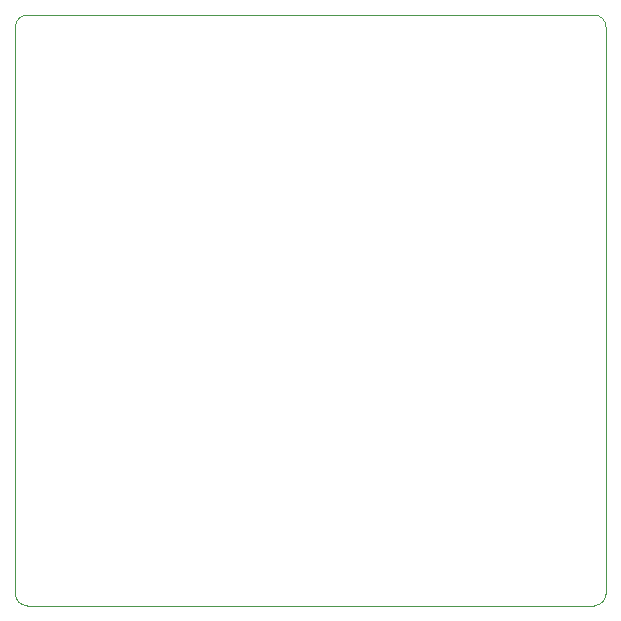
<source format=gm1>
G04 #@! TF.GenerationSoftware,KiCad,Pcbnew,6.0.6-1.fc36*
G04 #@! TF.CreationDate,2022-07-29T12:49:35+02:00*
G04 #@! TF.ProjectId,CosmicWatch-ventidue,436f736d-6963-4576-9174-63682d76656e,rev?*
G04 #@! TF.SameCoordinates,Original*
G04 #@! TF.FileFunction,Profile,NP*
%FSLAX46Y46*%
G04 Gerber Fmt 4.6, Leading zero omitted, Abs format (unit mm)*
G04 Created by KiCad (PCBNEW 6.0.6-1.fc36) date 2022-07-29 12:49:35*
%MOMM*%
%LPD*%
G01*
G04 APERTURE LIST*
G04 #@! TA.AperFunction,Profile*
%ADD10C,0.100000*%
G04 #@! TD*
G04 APERTURE END LIST*
D10*
X50000001Y-161499999D02*
G75*
G03*
X51000001Y-162499999I999999J-1D01*
G01*
X51000000Y-112500000D02*
G75*
G03*
X50000000Y-113500000I0J-1000000D01*
G01*
X99000000Y-162500000D02*
X51000001Y-162499999D01*
X50000001Y-161499999D02*
X50000000Y-113500000D01*
X100000000Y-113500000D02*
X100000000Y-161500000D01*
X99000000Y-162500000D02*
G75*
G03*
X100000000Y-161500000I0J1000000D01*
G01*
X99000000Y-112500000D02*
X51000000Y-112500000D01*
X100000000Y-113500000D02*
G75*
G03*
X99000000Y-112500000I-1000000J0D01*
G01*
M02*

</source>
